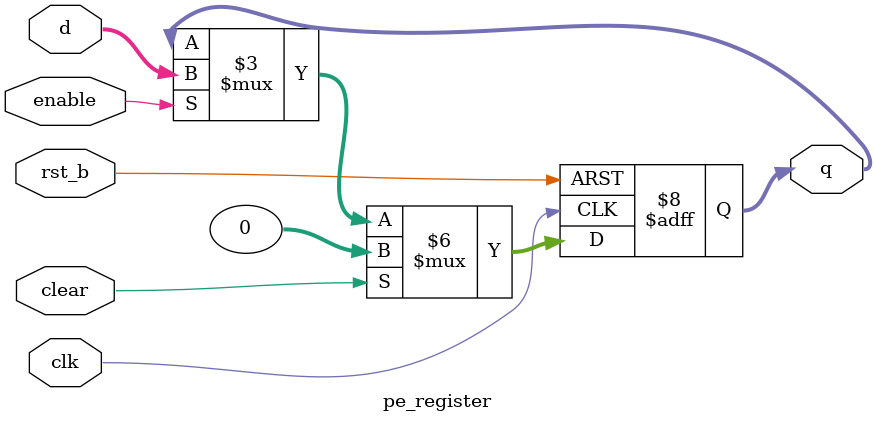
<source format=sv>
module pe_register(q, d, clk, clear, enable, rst_b);

   parameter
            width = 32;

   output logic [(width-1):0] q;
   input logic [(width-1):0]  d;
   input logic clk, clear, enable, rst_b;

   always @(posedge clk or negedge rst_b)
     if (~rst_b)
       q <= 0;
     else if (clear)
       q <= 0;
     else if (enable)
       q <= d;

endmodule: pe_register

</source>
